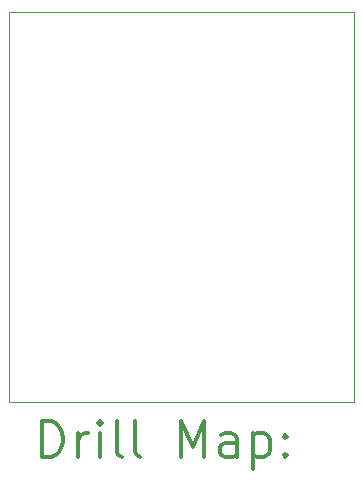
<source format=gbr>
%FSLAX45Y45*%
G04 Gerber Fmt 4.5, Leading zero omitted, Abs format (unit mm)*
G04 Created by KiCad (PCBNEW (5.1.7-0-10_14)) date 2020-11-25 20:53:20*
%MOMM*%
%LPD*%
G01*
G04 APERTURE LIST*
%TA.AperFunction,Profile*%
%ADD10C,0.050000*%
%TD*%
%ADD11C,0.200000*%
%ADD12C,0.300000*%
G04 APERTURE END LIST*
D10*
X10985500Y-10096500D02*
X10985500Y-6794500D01*
X13906500Y-10096500D02*
X10985500Y-10096500D01*
X13906500Y-6794500D02*
X13906500Y-10096500D01*
X10985500Y-6794500D02*
X13906500Y-6794500D01*
D11*
D12*
X11269428Y-10564714D02*
X11269428Y-10264714D01*
X11340857Y-10264714D01*
X11383714Y-10279000D01*
X11412286Y-10307572D01*
X11426571Y-10336143D01*
X11440857Y-10393286D01*
X11440857Y-10436143D01*
X11426571Y-10493286D01*
X11412286Y-10521857D01*
X11383714Y-10550429D01*
X11340857Y-10564714D01*
X11269428Y-10564714D01*
X11569428Y-10564714D02*
X11569428Y-10364714D01*
X11569428Y-10421857D02*
X11583714Y-10393286D01*
X11598000Y-10379000D01*
X11626571Y-10364714D01*
X11655143Y-10364714D01*
X11755143Y-10564714D02*
X11755143Y-10364714D01*
X11755143Y-10264714D02*
X11740857Y-10279000D01*
X11755143Y-10293286D01*
X11769428Y-10279000D01*
X11755143Y-10264714D01*
X11755143Y-10293286D01*
X11940857Y-10564714D02*
X11912286Y-10550429D01*
X11898000Y-10521857D01*
X11898000Y-10264714D01*
X12098000Y-10564714D02*
X12069428Y-10550429D01*
X12055143Y-10521857D01*
X12055143Y-10264714D01*
X12440857Y-10564714D02*
X12440857Y-10264714D01*
X12540857Y-10479000D01*
X12640857Y-10264714D01*
X12640857Y-10564714D01*
X12912286Y-10564714D02*
X12912286Y-10407572D01*
X12898000Y-10379000D01*
X12869428Y-10364714D01*
X12812286Y-10364714D01*
X12783714Y-10379000D01*
X12912286Y-10550429D02*
X12883714Y-10564714D01*
X12812286Y-10564714D01*
X12783714Y-10550429D01*
X12769428Y-10521857D01*
X12769428Y-10493286D01*
X12783714Y-10464714D01*
X12812286Y-10450429D01*
X12883714Y-10450429D01*
X12912286Y-10436143D01*
X13055143Y-10364714D02*
X13055143Y-10664714D01*
X13055143Y-10379000D02*
X13083714Y-10364714D01*
X13140857Y-10364714D01*
X13169428Y-10379000D01*
X13183714Y-10393286D01*
X13198000Y-10421857D01*
X13198000Y-10507572D01*
X13183714Y-10536143D01*
X13169428Y-10550429D01*
X13140857Y-10564714D01*
X13083714Y-10564714D01*
X13055143Y-10550429D01*
X13326571Y-10536143D02*
X13340857Y-10550429D01*
X13326571Y-10564714D01*
X13312286Y-10550429D01*
X13326571Y-10536143D01*
X13326571Y-10564714D01*
X13326571Y-10379000D02*
X13340857Y-10393286D01*
X13326571Y-10407572D01*
X13312286Y-10393286D01*
X13326571Y-10379000D01*
X13326571Y-10407572D01*
M02*

</source>
